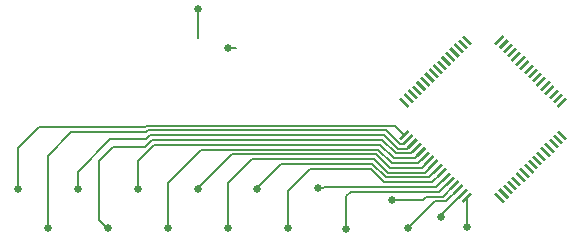
<source format=gbr>
G04 #@! TF.FileFunction,Copper,L1,Top,Signal*
%FSLAX46Y46*%
G04 Gerber Fmt 4.6, Leading zero omitted, Abs format (unit mm)*
G04 Created by KiCad (PCBNEW 4.0.7) date 02/22/18 18:04:52*
%MOMM*%
%LPD*%
G01*
G04 APERTURE LIST*
%ADD10C,0.100000*%
%ADD11C,0.635000*%
%ADD12C,0.203200*%
G04 APERTURE END LIST*
D10*
G36*
X148297476Y-96435800D02*
X148120699Y-96259023D01*
X148827806Y-95551916D01*
X149004583Y-95728693D01*
X148297476Y-96435800D01*
X148297476Y-96435800D01*
G37*
G36*
X148651029Y-96789354D02*
X148474252Y-96612577D01*
X149181359Y-95905470D01*
X149358136Y-96082247D01*
X148651029Y-96789354D01*
X148651029Y-96789354D01*
G37*
G36*
X149004583Y-97142907D02*
X148827806Y-96966130D01*
X149534913Y-96259023D01*
X149711690Y-96435800D01*
X149004583Y-97142907D01*
X149004583Y-97142907D01*
G37*
G36*
X149358136Y-97496460D02*
X149181359Y-97319683D01*
X149888466Y-96612576D01*
X150065243Y-96789353D01*
X149358136Y-97496460D01*
X149358136Y-97496460D01*
G37*
G36*
X149711689Y-97850014D02*
X149534912Y-97673237D01*
X150242019Y-96966130D01*
X150418796Y-97142907D01*
X149711689Y-97850014D01*
X149711689Y-97850014D01*
G37*
G36*
X150065243Y-98203567D02*
X149888466Y-98026790D01*
X150595573Y-97319683D01*
X150772350Y-97496460D01*
X150065243Y-98203567D01*
X150065243Y-98203567D01*
G37*
G36*
X150418796Y-98557121D02*
X150242019Y-98380344D01*
X150949126Y-97673237D01*
X151125903Y-97850014D01*
X150418796Y-98557121D01*
X150418796Y-98557121D01*
G37*
G36*
X150772350Y-98910674D02*
X150595573Y-98733897D01*
X151302680Y-98026790D01*
X151479457Y-98203567D01*
X150772350Y-98910674D01*
X150772350Y-98910674D01*
G37*
G36*
X151125903Y-99264227D02*
X150949126Y-99087450D01*
X151656233Y-98380343D01*
X151833010Y-98557120D01*
X151125903Y-99264227D01*
X151125903Y-99264227D01*
G37*
G36*
X151479456Y-99617781D02*
X151302679Y-99441004D01*
X152009786Y-98733897D01*
X152186563Y-98910674D01*
X151479456Y-99617781D01*
X151479456Y-99617781D01*
G37*
G36*
X151833010Y-99971334D02*
X151656233Y-99794557D01*
X152363340Y-99087450D01*
X152540117Y-99264227D01*
X151833010Y-99971334D01*
X151833010Y-99971334D01*
G37*
G36*
X152186563Y-100324888D02*
X152009786Y-100148111D01*
X152716893Y-99441004D01*
X152893670Y-99617781D01*
X152186563Y-100324888D01*
X152186563Y-100324888D01*
G37*
G36*
X152540117Y-100678441D02*
X152363340Y-100501664D01*
X153070447Y-99794557D01*
X153247224Y-99971334D01*
X152540117Y-100678441D01*
X152540117Y-100678441D01*
G37*
G36*
X152893670Y-101031994D02*
X152716893Y-100855217D01*
X153424000Y-100148110D01*
X153600777Y-100324887D01*
X152893670Y-101031994D01*
X152893670Y-101031994D01*
G37*
G36*
X153247223Y-101385548D02*
X153070446Y-101208771D01*
X153777553Y-100501664D01*
X153954330Y-100678441D01*
X153247223Y-101385548D01*
X153247223Y-101385548D01*
G37*
G36*
X153600777Y-101739101D02*
X153424000Y-101562324D01*
X154131107Y-100855217D01*
X154307884Y-101031994D01*
X153600777Y-101739101D01*
X153600777Y-101739101D01*
G37*
G36*
X157065600Y-101562324D02*
X156888823Y-101739101D01*
X156181716Y-101031994D01*
X156358493Y-100855217D01*
X157065600Y-101562324D01*
X157065600Y-101562324D01*
G37*
G36*
X157419154Y-101208771D02*
X157242377Y-101385548D01*
X156535270Y-100678441D01*
X156712047Y-100501664D01*
X157419154Y-101208771D01*
X157419154Y-101208771D01*
G37*
G36*
X157772707Y-100855217D02*
X157595930Y-101031994D01*
X156888823Y-100324887D01*
X157065600Y-100148110D01*
X157772707Y-100855217D01*
X157772707Y-100855217D01*
G37*
G36*
X158126260Y-100501664D02*
X157949483Y-100678441D01*
X157242376Y-99971334D01*
X157419153Y-99794557D01*
X158126260Y-100501664D01*
X158126260Y-100501664D01*
G37*
G36*
X158479814Y-100148111D02*
X158303037Y-100324888D01*
X157595930Y-99617781D01*
X157772707Y-99441004D01*
X158479814Y-100148111D01*
X158479814Y-100148111D01*
G37*
G36*
X158833367Y-99794557D02*
X158656590Y-99971334D01*
X157949483Y-99264227D01*
X158126260Y-99087450D01*
X158833367Y-99794557D01*
X158833367Y-99794557D01*
G37*
G36*
X159186921Y-99441004D02*
X159010144Y-99617781D01*
X158303037Y-98910674D01*
X158479814Y-98733897D01*
X159186921Y-99441004D01*
X159186921Y-99441004D01*
G37*
G36*
X159540474Y-99087450D02*
X159363697Y-99264227D01*
X158656590Y-98557120D01*
X158833367Y-98380343D01*
X159540474Y-99087450D01*
X159540474Y-99087450D01*
G37*
G36*
X159894027Y-98733897D02*
X159717250Y-98910674D01*
X159010143Y-98203567D01*
X159186920Y-98026790D01*
X159894027Y-98733897D01*
X159894027Y-98733897D01*
G37*
G36*
X160247581Y-98380344D02*
X160070804Y-98557121D01*
X159363697Y-97850014D01*
X159540474Y-97673237D01*
X160247581Y-98380344D01*
X160247581Y-98380344D01*
G37*
G36*
X160601134Y-98026790D02*
X160424357Y-98203567D01*
X159717250Y-97496460D01*
X159894027Y-97319683D01*
X160601134Y-98026790D01*
X160601134Y-98026790D01*
G37*
G36*
X160954688Y-97673237D02*
X160777911Y-97850014D01*
X160070804Y-97142907D01*
X160247581Y-96966130D01*
X160954688Y-97673237D01*
X160954688Y-97673237D01*
G37*
G36*
X161308241Y-97319683D02*
X161131464Y-97496460D01*
X160424357Y-96789353D01*
X160601134Y-96612576D01*
X161308241Y-97319683D01*
X161308241Y-97319683D01*
G37*
G36*
X161661794Y-96966130D02*
X161485017Y-97142907D01*
X160777910Y-96435800D01*
X160954687Y-96259023D01*
X161661794Y-96966130D01*
X161661794Y-96966130D01*
G37*
G36*
X162015348Y-96612577D02*
X161838571Y-96789354D01*
X161131464Y-96082247D01*
X161308241Y-95905470D01*
X162015348Y-96612577D01*
X162015348Y-96612577D01*
G37*
G36*
X162368901Y-96259023D02*
X162192124Y-96435800D01*
X161485017Y-95728693D01*
X161661794Y-95551916D01*
X162368901Y-96259023D01*
X162368901Y-96259023D01*
G37*
G36*
X161661794Y-93678084D02*
X161485017Y-93501307D01*
X162192124Y-92794200D01*
X162368901Y-92970977D01*
X161661794Y-93678084D01*
X161661794Y-93678084D01*
G37*
G36*
X161308241Y-93324530D02*
X161131464Y-93147753D01*
X161838571Y-92440646D01*
X162015348Y-92617423D01*
X161308241Y-93324530D01*
X161308241Y-93324530D01*
G37*
G36*
X160954687Y-92970977D02*
X160777910Y-92794200D01*
X161485017Y-92087093D01*
X161661794Y-92263870D01*
X160954687Y-92970977D01*
X160954687Y-92970977D01*
G37*
G36*
X160601134Y-92617424D02*
X160424357Y-92440647D01*
X161131464Y-91733540D01*
X161308241Y-91910317D01*
X160601134Y-92617424D01*
X160601134Y-92617424D01*
G37*
G36*
X160247581Y-92263870D02*
X160070804Y-92087093D01*
X160777911Y-91379986D01*
X160954688Y-91556763D01*
X160247581Y-92263870D01*
X160247581Y-92263870D01*
G37*
G36*
X159894027Y-91910317D02*
X159717250Y-91733540D01*
X160424357Y-91026433D01*
X160601134Y-91203210D01*
X159894027Y-91910317D01*
X159894027Y-91910317D01*
G37*
G36*
X159540474Y-91556763D02*
X159363697Y-91379986D01*
X160070804Y-90672879D01*
X160247581Y-90849656D01*
X159540474Y-91556763D01*
X159540474Y-91556763D01*
G37*
G36*
X159186920Y-91203210D02*
X159010143Y-91026433D01*
X159717250Y-90319326D01*
X159894027Y-90496103D01*
X159186920Y-91203210D01*
X159186920Y-91203210D01*
G37*
G36*
X158833367Y-90849657D02*
X158656590Y-90672880D01*
X159363697Y-89965773D01*
X159540474Y-90142550D01*
X158833367Y-90849657D01*
X158833367Y-90849657D01*
G37*
G36*
X158479814Y-90496103D02*
X158303037Y-90319326D01*
X159010144Y-89612219D01*
X159186921Y-89788996D01*
X158479814Y-90496103D01*
X158479814Y-90496103D01*
G37*
G36*
X158126260Y-90142550D02*
X157949483Y-89965773D01*
X158656590Y-89258666D01*
X158833367Y-89435443D01*
X158126260Y-90142550D01*
X158126260Y-90142550D01*
G37*
G36*
X157772707Y-89788996D02*
X157595930Y-89612219D01*
X158303037Y-88905112D01*
X158479814Y-89081889D01*
X157772707Y-89788996D01*
X157772707Y-89788996D01*
G37*
G36*
X157419153Y-89435443D02*
X157242376Y-89258666D01*
X157949483Y-88551559D01*
X158126260Y-88728336D01*
X157419153Y-89435443D01*
X157419153Y-89435443D01*
G37*
G36*
X157065600Y-89081890D02*
X156888823Y-88905113D01*
X157595930Y-88198006D01*
X157772707Y-88374783D01*
X157065600Y-89081890D01*
X157065600Y-89081890D01*
G37*
G36*
X156712047Y-88728336D02*
X156535270Y-88551559D01*
X157242377Y-87844452D01*
X157419154Y-88021229D01*
X156712047Y-88728336D01*
X156712047Y-88728336D01*
G37*
G36*
X156358493Y-88374783D02*
X156181716Y-88198006D01*
X156888823Y-87490899D01*
X157065600Y-87667676D01*
X156358493Y-88374783D01*
X156358493Y-88374783D01*
G37*
G36*
X154307884Y-88198006D02*
X154131107Y-88374783D01*
X153424000Y-87667676D01*
X153600777Y-87490899D01*
X154307884Y-88198006D01*
X154307884Y-88198006D01*
G37*
G36*
X153954330Y-88551559D02*
X153777553Y-88728336D01*
X153070446Y-88021229D01*
X153247223Y-87844452D01*
X153954330Y-88551559D01*
X153954330Y-88551559D01*
G37*
G36*
X153600777Y-88905113D02*
X153424000Y-89081890D01*
X152716893Y-88374783D01*
X152893670Y-88198006D01*
X153600777Y-88905113D01*
X153600777Y-88905113D01*
G37*
G36*
X153247224Y-89258666D02*
X153070447Y-89435443D01*
X152363340Y-88728336D01*
X152540117Y-88551559D01*
X153247224Y-89258666D01*
X153247224Y-89258666D01*
G37*
G36*
X152893670Y-89612219D02*
X152716893Y-89788996D01*
X152009786Y-89081889D01*
X152186563Y-88905112D01*
X152893670Y-89612219D01*
X152893670Y-89612219D01*
G37*
G36*
X152540117Y-89965773D02*
X152363340Y-90142550D01*
X151656233Y-89435443D01*
X151833010Y-89258666D01*
X152540117Y-89965773D01*
X152540117Y-89965773D01*
G37*
G36*
X152186563Y-90319326D02*
X152009786Y-90496103D01*
X151302679Y-89788996D01*
X151479456Y-89612219D01*
X152186563Y-90319326D01*
X152186563Y-90319326D01*
G37*
G36*
X151833010Y-90672880D02*
X151656233Y-90849657D01*
X150949126Y-90142550D01*
X151125903Y-89965773D01*
X151833010Y-90672880D01*
X151833010Y-90672880D01*
G37*
G36*
X151479457Y-91026433D02*
X151302680Y-91203210D01*
X150595573Y-90496103D01*
X150772350Y-90319326D01*
X151479457Y-91026433D01*
X151479457Y-91026433D01*
G37*
G36*
X151125903Y-91379986D02*
X150949126Y-91556763D01*
X150242019Y-90849656D01*
X150418796Y-90672879D01*
X151125903Y-91379986D01*
X151125903Y-91379986D01*
G37*
G36*
X150772350Y-91733540D02*
X150595573Y-91910317D01*
X149888466Y-91203210D01*
X150065243Y-91026433D01*
X150772350Y-91733540D01*
X150772350Y-91733540D01*
G37*
G36*
X150418796Y-92087093D02*
X150242019Y-92263870D01*
X149534912Y-91556763D01*
X149711689Y-91379986D01*
X150418796Y-92087093D01*
X150418796Y-92087093D01*
G37*
G36*
X150065243Y-92440647D02*
X149888466Y-92617424D01*
X149181359Y-91910317D01*
X149358136Y-91733540D01*
X150065243Y-92440647D01*
X150065243Y-92440647D01*
G37*
G36*
X149711690Y-92794200D02*
X149534913Y-92970977D01*
X148827806Y-92263870D01*
X149004583Y-92087093D01*
X149711690Y-92794200D01*
X149711690Y-92794200D01*
G37*
G36*
X149358136Y-93147753D02*
X149181359Y-93324530D01*
X148474252Y-92617423D01*
X148651029Y-92440646D01*
X149358136Y-93147753D01*
X149358136Y-93147753D01*
G37*
G36*
X149004583Y-93501307D02*
X148827806Y-93678084D01*
X148120699Y-92970977D01*
X148297476Y-92794200D01*
X149004583Y-93501307D01*
X149004583Y-93501307D01*
G37*
D11*
X115824000Y-100584000D03*
X118364000Y-103894000D03*
X120904000Y-100584000D03*
X123444000Y-103894000D03*
X125984000Y-100584000D03*
X128524000Y-103894000D03*
X131064000Y-100584000D03*
X133604000Y-103894000D03*
X136065148Y-100539008D03*
X138684000Y-103894000D03*
X141228917Y-100515536D03*
X143669971Y-103918929D03*
X147505013Y-101509130D03*
X148846723Y-103899671D03*
X151655084Y-102912385D03*
X153912684Y-103752981D03*
X133604000Y-88654000D03*
X131064000Y-85344000D03*
D12*
X115824000Y-100134988D02*
X115824000Y-100584000D01*
X115824000Y-97129600D02*
X115824000Y-100134988D01*
X117644575Y-95309025D02*
X115824000Y-97129600D01*
X126572371Y-95309025D02*
X117644575Y-95309025D01*
X126676848Y-95204548D02*
X126572371Y-95309025D01*
X147773331Y-95204548D02*
X126676848Y-95204548D01*
X148562641Y-95993858D02*
X147773331Y-95204548D01*
X118364000Y-103444988D02*
X118364000Y-103894000D01*
X118364000Y-97739200D02*
X118364000Y-103444988D01*
X120382249Y-95720951D02*
X118364000Y-97739200D01*
X126735196Y-95720951D02*
X120382249Y-95720951D01*
X126845188Y-95610959D02*
X126735196Y-95720951D01*
X147041566Y-95610959D02*
X126845188Y-95610959D01*
X148171217Y-96740610D02*
X147041566Y-95610959D01*
X148522996Y-96740610D02*
X148171217Y-96740610D01*
X148916194Y-96347412D02*
X148522996Y-96740610D01*
X148916194Y-96347412D02*
X148866564Y-96297781D01*
X148823692Y-97147021D02*
X148002877Y-97147021D01*
X146873226Y-96017370D02*
X127013528Y-96017370D01*
X127013528Y-96017370D02*
X126663298Y-96367600D01*
X126663298Y-96367600D02*
X123662200Y-96367600D01*
X123662200Y-96367600D02*
X120904000Y-99125800D01*
X120904000Y-99125800D02*
X120904000Y-100134988D01*
X120904000Y-100134988D02*
X120904000Y-100584000D01*
X148002877Y-97147021D02*
X146873226Y-96017370D01*
X149269748Y-96700965D02*
X148823692Y-97147021D01*
X147834537Y-97553432D02*
X146704886Y-96423781D01*
X149129231Y-97548588D02*
X148893894Y-97548588D01*
X127181868Y-96423781D02*
X126577649Y-97028000D01*
X126577649Y-97028000D02*
X123873209Y-97028000D01*
X123873209Y-97028000D02*
X122740800Y-98160409D01*
X122740800Y-98160409D02*
X122740800Y-103190800D01*
X146704886Y-96423781D02*
X127181868Y-96423781D01*
X122740800Y-103190800D02*
X123126501Y-103576501D01*
X148893894Y-97548588D02*
X148889050Y-97553432D01*
X149623301Y-97054518D02*
X149129231Y-97548588D01*
X123126501Y-103576501D02*
X123444000Y-103894000D01*
X148889050Y-97553432D02*
X147834537Y-97553432D01*
X149976854Y-97408072D02*
X149429927Y-97954999D01*
X149429927Y-97954999D02*
X149062234Y-97954999D01*
X149062234Y-97954999D02*
X149057390Y-97959843D01*
X149057390Y-97959843D02*
X147666197Y-97959843D01*
X147666197Y-97959843D02*
X146536546Y-96830192D01*
X146536546Y-96830192D02*
X127350208Y-96830192D01*
X127350208Y-96830192D02*
X125984000Y-98196400D01*
X125984000Y-98196400D02*
X125984000Y-100134988D01*
X125984000Y-100134988D02*
X125984000Y-100584000D01*
X150330408Y-97761625D02*
X149730623Y-98361410D01*
X149730623Y-98361410D02*
X149230574Y-98361410D01*
X149230574Y-98361410D02*
X149225730Y-98366254D01*
X149225730Y-98366254D02*
X147497857Y-98366254D01*
X147497857Y-98366254D02*
X146368206Y-97236603D01*
X146368206Y-97236603D02*
X131363397Y-97236603D01*
X131363397Y-97236603D02*
X128524000Y-100076000D01*
X128524000Y-100076000D02*
X128524000Y-103444988D01*
X128524000Y-103444988D02*
X128524000Y-103894000D01*
X150683961Y-98115179D02*
X150031319Y-98767821D01*
X150031319Y-98767821D02*
X149398914Y-98767821D01*
X149398914Y-98767821D02*
X149394070Y-98772665D01*
X149394070Y-98772665D02*
X147329517Y-98772665D01*
X147329517Y-98772665D02*
X146199866Y-97643014D01*
X146199866Y-97643014D02*
X134004986Y-97643014D01*
X134004986Y-97643014D02*
X131381499Y-100266501D01*
X131381499Y-100266501D02*
X131064000Y-100584000D01*
X151037515Y-98468732D02*
X150332015Y-99174232D01*
X150332015Y-99174232D02*
X149567254Y-99174232D01*
X149567254Y-99174232D02*
X149562410Y-99179076D01*
X149562410Y-99179076D02*
X147161177Y-99179076D01*
X147161177Y-99179076D02*
X146031526Y-98049425D01*
X146031526Y-98049425D02*
X135630575Y-98049425D01*
X135630575Y-98049425D02*
X133604000Y-100076000D01*
X133604000Y-100076000D02*
X133604000Y-103444988D01*
X133604000Y-103444988D02*
X133604000Y-103894000D01*
X136382647Y-100221509D02*
X136065148Y-100539008D01*
X138148320Y-98455836D02*
X136382647Y-100221509D01*
X145863186Y-98455836D02*
X138148320Y-98455836D01*
X146992837Y-99585487D02*
X145863186Y-98455836D01*
X149730750Y-99585487D02*
X146992837Y-99585487D01*
X149735594Y-99580643D02*
X149730750Y-99585487D01*
X150632710Y-99580643D02*
X149735594Y-99580643D01*
X151391068Y-98822285D02*
X150632710Y-99580643D01*
X138684000Y-102435800D02*
X138684000Y-103894000D01*
X151744621Y-99175839D02*
X150933406Y-99987054D01*
X150933406Y-99987054D02*
X149903934Y-99987054D01*
X145711388Y-98878789D02*
X143986885Y-98878789D01*
X143963052Y-98902622D02*
X140557644Y-98902622D01*
X140557644Y-98902622D02*
X138684000Y-100776266D01*
X143986885Y-98878789D02*
X143963052Y-98902622D01*
X146824497Y-99991898D02*
X145711388Y-98878789D01*
X149899090Y-99991898D02*
X146824497Y-99991898D01*
X149903934Y-99987054D02*
X149899090Y-99991898D01*
X138684000Y-100776266D02*
X138684000Y-102435800D01*
X152098175Y-99529392D02*
X151234102Y-100393465D01*
X151234102Y-100393465D02*
X150072274Y-100393465D01*
X150072274Y-100393465D02*
X150067430Y-100398309D01*
X150067430Y-100398309D02*
X141795156Y-100398309D01*
X141795156Y-100398309D02*
X141677929Y-100515536D01*
X141677929Y-100515536D02*
X141228917Y-100515536D01*
X152451728Y-99882946D02*
X151534798Y-100799876D01*
X151534798Y-100799876D02*
X150240614Y-100799876D01*
X150240614Y-100799876D02*
X150235770Y-100804720D01*
X150235770Y-100804720D02*
X144059896Y-100804720D01*
X144059896Y-100804720D02*
X143669971Y-101194645D01*
X143669971Y-101194645D02*
X143669971Y-103469917D01*
X143669971Y-103469917D02*
X143669971Y-103918929D01*
X147954025Y-101509130D02*
X147505013Y-101509130D01*
X150106111Y-101509130D02*
X147954025Y-101509130D01*
X150408954Y-101206287D02*
X150106111Y-101509130D01*
X151835494Y-101206287D02*
X150408954Y-101206287D01*
X152805282Y-100236499D02*
X151835494Y-101206287D01*
X149164222Y-103582172D02*
X148846723Y-103899671D01*
X151133696Y-101612698D02*
X149164222Y-103582172D01*
X152136189Y-101612698D02*
X151133696Y-101612698D01*
X153158835Y-100590052D02*
X152136189Y-101612698D01*
X151655084Y-102800910D02*
X151655084Y-102912385D01*
X153512388Y-100943606D02*
X151655084Y-102800910D01*
X153865942Y-103706239D02*
X153912684Y-103752981D01*
X153865942Y-101297159D02*
X153865942Y-103706239D01*
X152805282Y-88993501D02*
X152805282Y-88959132D01*
X151391068Y-90407715D02*
X151391068Y-90392963D01*
X134307200Y-88654000D02*
X133604000Y-88654000D01*
X131064000Y-87782400D02*
X131064000Y-85344000D01*
M02*

</source>
